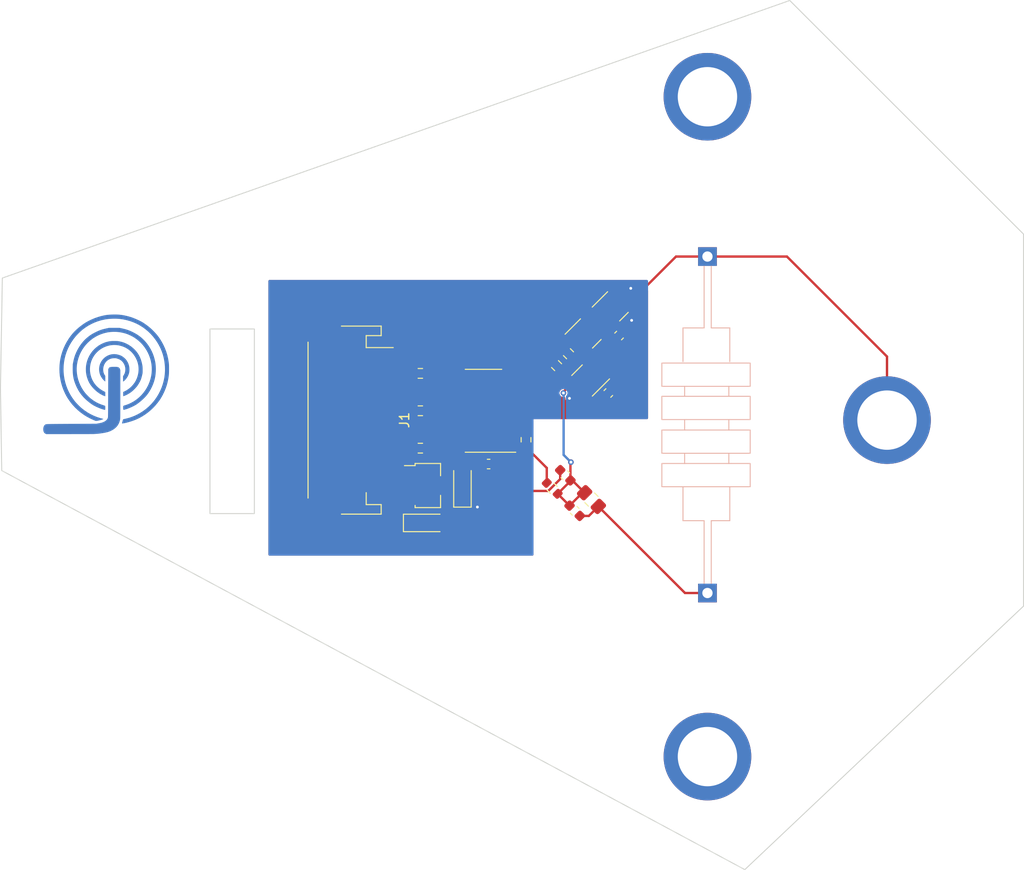
<source format=kicad_pcb>
(kicad_pcb (version 20221018) (generator pcbnew)
  (layers (0 "F.Cu" signal) (31 "B.Cu" signal) (34 "B.Paste" user) (35 "F.Paste" user) (36 "B.SilkS" user "B.Silkscreen") (37 "F.SilkS" user "F.Silkscreen") (38 "B.Mask" user) (39 "F.Mask" user) (44 "Edge.Cuts" user))
  (net 0 "")
  (net 1 "+5V")
  (net 2 "GND")
  (net 3 "+3V3")
  (net 4 "L_IN")
  (net 5 "/C_DIV")
  (net 7 "QUAD")
  (net 8 "ZERO")
  (net 9 "SQ")
  (net 10 "L_OUT")
  (net 11 "Net-(Q1-B)")
  (net 12 "Net-(R1-Pad2)")
  (net 13 "Net-(R2-Pad1)")
  (net 14 "Net-(R3-Pad2)")
  (net 15 "Net-(R4-Pad1)")
  (net 16 "Net-(R5-Pad2)")
  (net 17 "Net-(R6-Pad1)")
  (net 18 "Net-(R7-Pad1)")
  (net 19 "Net-(U1-Pad6)")
  (footprint "Capacitor_SMD:C_0603_1608Metric" (layer "F.Cu") (at 154.65 89.9 135)
    (fp_text reference "C6")
    (fp_text value "1p")
    (pad "1" smd roundrect (at -0.775 0 135) (size 0.9 0.95) (layers "F.Cu" "F.Paste" "F.Mask") (net 4 "L_IN"))
    (pad "2" smd roundrect (at 0.775 0 135) (size 0.9 0.95) (layers "F.Cu" "F.Paste" "F.Mask") (net 5 "/C_DIV"))
  )
  (footprint "Connector_JST:JST_PH_S8B-PH-SM4-TB_1x08-1MP_P2.00mm_Horizontal" (layer "F.Cu") (at 130.65 80.2 -90)
    (fp_text reference "J1" (at 0 -5.8 90) (layer "F.SilkS"))
    (fp_text value "Conn_01x08")
    (pad "1" smd roundrect (at -7 -2.85 270) (size 1 3.5) (layers "F.Cu" "F.Paste" "F.Mask") (net 2 "GND"))
    (pad "2" smd roundrect (at -5 -2.85 270) (size 1 3.5) (layers "F.Cu" "F.Paste" "F.Mask") (net 8 "ZERO"))
    (pad "3" smd roundrect (at -3 -2.85 270) (size 1 3.5) (layers "F.Cu" "F.Paste" "F.Mask") (net 2 "GND"))
    (pad "4" smd roundrect (at -1 -2.85 270) (size 1 3.5) (layers "F.Cu" "F.Paste" "F.Mask") (net 9 "SQ"))
    (pad "5" smd roundrect (at 1 -2.85 270) (size 1 3.5) (layers "F.Cu" "F.Paste" "F.Mask") (net 2 "GND"))
    (pad "6" smd roundrect (at 3 -2.85 270) (size 1 3.5) (layers "F.Cu" "F.Paste" "F.Mask") (net 7 "QUAD"))
    (pad "7" smd roundrect (at 5 -2.85 270) (size 1 3.5) (layers "F.Cu" "F.Paste" "F.Mask") (net 2 "GND"))
    (pad "8" smd roundrect (at 7 -2.85 270) (size 1 3.5) (layers "F.Cu" "F.Paste" "F.Mask") (net 1 "+5V"))
    (pad "MP" smd roundrect (at -9.35 2.9 270) (size 1.5 3.4) (layers "F.Cu" "F.Paste" "F.Mask") (roundrect_rratio 0.166667))
    (pad "MP" smd roundrect (at 9.35 2.9 270) (size 1.5 3.4) (layers "F.Cu" "F.Paste" "F.Mask") (roundrect_rratio 0.166667))
  )
  (footprint "Resistor_SMD:R_0603_1608Metric" (layer "F.Cu") (at 153.988642 73.096536 135)
    (fp_text reference "R3")
    (fp_text value "100")
    (pad "1" smd roundrect (at -0.825 0 135) (size 0.8 0.95) (layers "F.Cu" "F.Paste" "F.Mask") (net 10 "L_OUT"))
    (pad "2" smd roundrect (at 0.825 0 135) (size 0.8 0.95) (layers "F.Cu" "F.Paste" "F.Mask") (net 14 "Net-(R3-Pad2)"))
  )
  (footprint "Package_TO_SOT_SMD:SOT-23" (layer "F.Cu") (at 155.915507 70.927208 45)
    (fp_text reference "Q2")
    (fp_text value "MMBT3906")
    (pad "1" smd roundrect (at -0.9375 -0.95 45) (size 1.475 0.6) (layers "F.Cu" "F.Paste" "F.Mask") (net 11 "Net-(Q1-B)"))
    (pad "2" smd roundrect (at -0.9375 0.95 45) (size 1.475 0.6) (layers "F.Cu" "F.Paste" "F.Mask") (net 10 "L_OUT"))
    (pad "3" smd roundrect (at 0.9375 0 45) (size 1.475 0.6) (layers "F.Cu" "F.Paste" "F.Mask") (net 2 "GND"))
  )
  (footprint "Resistor_SMD:R_0603_1608Metric" (layer "F.Cu") (at 149.45 82.3 -90)
    (fp_text reference "R6")
    (fp_text value "220K")
    (pad "1" smd roundrect (at -0.825 0 270) (size 0.8 0.95) (layers "F.Cu" "F.Paste" "F.Mask") (net 17 "Net-(R6-Pad1)"))
    (pad "2" smd roundrect (at 0.825 0 270) (size 0.8 0.95) (layers "F.Cu" "F.Paste" "F.Mask") (net 16 "Net-(R5-Pad2)"))
  )
  (footprint "Capacitor_Tantalum_SMD:CP_EIA-3216-18_Kemet-A" (layer "F.Cu") (at 142.65 87.2 90)
    (fp_text reference "C2")
    (fp_text value "10uF")
    (pad "1" smd roundrect (at -1.35 0 90) (size 1.4 1.35) (layers "F.Cu" "F.Paste" "F.Mask") (roundrect_rratio 0.185185) (net 3 "+3V3"))
    (pad "2" smd roundrect (at 1.35 0 90) (size 1.4 1.35) (layers "F.Cu" "F.Paste" "F.Mask") (roundrect_rratio 0.185185) (net 2 "GND"))
  )
  (footprint "Capacitor_SMD:C_0603_1608Metric" (layer "F.Cu") (at 158.25 77.3 45)
    (fp_text reference "C5")
    (fp_text value "0.1uF")
    (pad "1" smd roundrect (at -0.775 0 45) (size 0.9 0.95) (layers "F.Cu" "F.Paste" "F.Mask") (net 3 "+3V3"))
    (pad "2" smd roundrect (at 0.775 0 45) (size 0.9 0.95) (layers "F.Cu" "F.Paste" "F.Mask") (net 2 "GND"))
  )
  (footprint "Resistor_SMD:R_0603_1608Metric" (layer "F.Cu") (at 138.15 75.2 180)
    (fp_text reference "R4")
    (fp_text value "100")
    (pad "1" smd roundrect (at -0.825 0 180) (size 0.8 0.95) (layers "F.Cu" "F.Paste" "F.Mask") (net 15 "Net-(R4-Pad1)"))
    (pad "2" smd roundrect (at 0.825 0 180) (size 0.8 0.95) (layers "F.Cu" "F.Paste" "F.Mask") (net 8 "ZERO"))
  )
  (footprint "Resistor_SMD:R_0603_1608Metric" (layer "F.Cu") (at 138.15 83.200001 180)
    (fp_text reference "R7")
    (fp_text value "100")
    (pad "1" smd roundrect (at -0.825 0 180) (size 0.8 0.95) (layers "F.Cu" "F.Paste" "F.Mask") (net 18 "Net-(R7-Pad1)"))
    (pad "2" smd roundrect (at 0.825 0 180) (size 0.8 0.95) (layers "F.Cu" "F.Paste" "F.Mask") (net 7 "QUAD"))
  )
  (footprint "Capacitor_SMD:C_0603_1608Metric" (layer "F.Cu") (at 145.45 84.9)
    (fp_text reference "C3")
    (fp_text value "0.1uF")
    (pad "1" smd roundrect (at -0.775 0) (size 0.9 0.95) (layers "F.Cu" "F.Paste" "F.Mask") (net 3 "+3V3"))
    (pad "2" smd roundrect (at 0.775 0) (size 0.9 0.95) (layers "F.Cu" "F.Paste" "F.Mask") (net 2 "GND"))
  )
  (footprint "Capacitor_SMD:C_0805_2012Metric_Pad1.18x1.45mm_HandSolder" (layer "F.Cu") (at 156.45 88.7 135)
    (fp_text reference "C8" hide)
    (fp_text value "1p")
    (pad "1" smd roundrect (at -1.0375 0 135) (size 1.175 1.45) (layers "F.Cu" "F.Paste" "F.Mask") (roundrect_rratio 0.212766) (net 4 "L_IN"))
    (pad "2" smd roundrect (at 1.0375 0 135) (size 1.175 1.45) (layers "F.Cu" "F.Paste" "F.Mask") (roundrect_rratio 0.212766) (net 5 "/C_DIV"))
  )
  (footprint "Capacitor_SMD:C_0603_1608Metric" (layer "F.Cu") (at 153.65 86.1 135)
    (fp_text reference "C7")
    (fp_text value "100p")
    (pad "1" smd roundrect (at -0.775 0 135) (size 0.9 0.95) (layers "F.Cu" "F.Paste" "F.Mask") (net 5 "/C_DIV"))
    (pad "2" smd roundrect (at 0.775 0 135) (size 0.9 0.95) (layers "F.Cu" "F.Paste" "F.Mask") (net 2 "GND"))
  )
  (footprint "Resistor_SMD:R_0603_1608Metric" (layer "F.Cu") (at 138.15 79.199999)
    (fp_text reference "R1")
    (fp_text value "100")
    (pad "1" smd roundrect (at -0.825 0) (size 0.8 0.95) (layers "F.Cu" "F.Paste" "F.Mask") (net 9 "SQ"))
    (pad "2" smd roundrect (at 0.825 0) (size 0.8 0.95) (layers "F.Cu" "F.Paste" "F.Mask") (net 12 "Net-(R1-Pad2)"))
  )
  (footprint "Package_TO_SOT_SMD:SOT-23-6" (layer "F.Cu") (at 156.003895 75.960318 -135)
    (fp_text reference "U3")
    (fp_text value "SRV05-4")
    (pad "1" smd roundrect (at -1.1375 -0.95 225) (size 1.325 0.6) (layers "F.Cu" "F.Paste" "F.Mask"))
    (pad "2" smd roundrect (at -1.1375 0 225) (size 1.325 0.6) (layers "F.Cu" "F.Paste" "F.Mask") (net 2 "GND"))
    (pad "3" smd roundrect (at -1.1375 0.95 225) (size 1.325 0.6) (layers "F.Cu" "F.Paste" "F.Mask") (net 10 "L_OUT"))
    (pad "4" smd roundrect (at 1.1375 0.95 225) (size 1.325 0.6) (layers "F.Cu" "F.Paste" "F.Mask") (net 5 "/C_DIV"))
    (pad "5" smd roundrect (at 1.1375 0 225) (size 1.325 0.6) (layers "F.Cu" "F.Paste" "F.Mask") (net 3 "+3V3"))
    (pad "6" smd roundrect (at 1.1375 -0.95 225) (size 1.325 0.6) (layers "F.Cu" "F.Paste" "F.Mask"))
  )
  (footprint "Package_SO:SOIC-14_3.9x8.7mm_P1.27mm" (layer "F.Cu") (at 144.9 79.2 180)
    (fp_text reference "U1")
    (fp_text value "74AHC04")
    (pad "1" smd roundrect (at -2.475 -3.81 180) (size 1.95 0.6) (layers "F.Cu" "F.Paste" "F.Mask") (net 16 "Net-(R5-Pad2)"))
    (pad "2" smd roundrect (at -2.475 -2.54 180) (size 1.95 0.6) (layers "F.Cu" "F.Paste" "F.Mask") (net 17 "Net-(R6-Pad1)"))
    (pad "3" smd roundrect (at -2.475 -1.27 180) (size 1.95 0.6) (layers "F.Cu" "F.Paste" "F.Mask") (net 2 "GND"))
    (pad "4" smd roundrect (at -2.475 0 180) (size 1.95 0.6) (layers "F.Cu" "F.Paste" "F.Mask"))
    (pad "5" smd roundrect (at -2.475 1.27 180) (size 1.95 0.6) (layers "F.Cu" "F.Paste" "F.Mask") (net 14 "Net-(R3-Pad2)"))
    (pad "6" smd roundrect (at -2.475 2.54 180) (size 1.95 0.6) (layers "F.Cu" "F.Paste" "F.Mask") (net 19 "Net-(U1-Pad6)"))
    (pad "7" smd roundrect (at -2.475 3.81 180) (size 1.95 0.6) (layers "F.Cu" "F.Paste" "F.Mask") (net 2 "GND"))
    (pad "8" smd roundrect (at 2.475 3.81 180) (size 1.95 0.6) (layers "F.Cu" "F.Paste" "F.Mask") (net 15 "Net-(R4-Pad1)"))
    (pad "9" smd roundrect (at 2.475 2.54 180) (size 1.95 0.6) (layers "F.Cu" "F.Paste" "F.Mask") (net 19 "Net-(U1-Pad6)"))
    (pad "10" smd roundrect (at 2.475 1.27 180) (size 1.95 0.6) (layers "F.Cu" "F.Paste" "F.Mask") (net 13 "Net-(R2-Pad1)"))
    (pad "11" smd roundrect (at 2.475 0 180) (size 1.95 0.6) (layers "F.Cu" "F.Paste" "F.Mask") (net 12 "Net-(R1-Pad2)"))
    (pad "12" smd roundrect (at 2.475 -1.27 180) (size 1.95 0.6) (layers "F.Cu" "F.Paste" "F.Mask") (net 18 "Net-(R7-Pad1)"))
    (pad "13" smd roundrect (at 2.475 -2.54 180) (size 1.95 0.6) (layers "F.Cu" "F.Paste" "F.Mask") (net 17 "Net-(R6-Pad1)"))
    (pad "14" smd roundrect (at 2.475 -3.81 180) (size 1.95 0.6) (layers "F.Cu" "F.Paste" "F.Mask") (net 3 "+3V3"))
  )
  (footprint "Package_TO_SOT_SMD:SOT-23" (layer "F.Cu") (at 158.817159 68.025558 45)
    (fp_text reference "Q1")
    (fp_text value "MMBT3904")
    (pad "1" smd roundrect (at -0.9375 -0.95 45) (size 1.475 0.6) (layers "F.Cu" "F.Paste" "F.Mask") (net 11 "Net-(Q1-B)"))
    (pad "2" smd roundrect (at -0.9375 0.95 45) (size 1.475 0.6) (layers "F.Cu" "F.Paste" "F.Mask") (net 10 "L_OUT"))
    (pad "3" smd roundrect (at 0.9375 0 45) (size 1.475 0.6) (layers "F.Cu" "F.Paste" "F.Mask") (net 3 "+3V3"))
  )
  (footprint "Resistor_SMD:R_0603_1608Metric" (layer "F.Cu") (at 152.25 87.5 135)
    (fp_text reference "R5")
    (fp_text value "100")
    (pad "1" smd roundrect (at -0.825 0 135) (size 0.8 0.95) (layers "F.Cu" "F.Paste" "F.Mask") (net 5 "/C_DIV"))
    (pad "2" smd roundrect (at 0.825 0 135) (size 0.8 0.95) (layers "F.Cu" "F.Paste" "F.Mask") (net 16 "Net-(R5-Pad2)"))
  )
  (footprint "Resistor_SMD:R_0603_1608Metric" (layer "F.Cu") (at 152.71585 74.369329 -45)
    (fp_text reference "R2")
    (fp_text value "100")
    (pad "1" smd roundrect (at -0.825 0 315) (size 0.8 0.95) (layers "F.Cu" "F.Paste" "F.Mask") (net 13 "Net-(R2-Pad1)"))
    (pad "2" smd roundrect (at 0.825 0 315) (size 0.8 0.95) (layers "F.Cu" "F.Paste" "F.Mask") (net 11 "Net-(Q1-B)"))
  )
  (footprint "Capacitor_Tantalum_SMD:CP_EIA-3216-18_Kemet-A" (layer "F.Cu") (at 138.65 91.2)
    (fp_text reference "C1")
    (fp_text value "10uF")
    (pad "1" smd roundrect (at -1.35 0) (size 1.4 1.35) (layers "F.Cu" "F.Paste" "F.Mask") (roundrect_rratio 0.185185) (net 1 "+5V"))
    (pad "2" smd roundrect (at 1.35 0) (size 1.4 1.35) (layers "F.Cu" "F.Paste" "F.Mask") (roundrect_rratio 0.185185) (net 2 "GND"))
  )
  (footprint "Capacitor_SMD:C_0603_1608Metric" (layer "F.Cu") (at 159.398008 71.151992 -135)
    (fp_text reference "C4")
    (fp_text value "0.1uF")
    (pad "1" smd roundrect (at -0.775 0 225) (size 0.9 0.95) (layers "F.Cu" "F.Paste" "F.Mask") (net 3 "+3V3"))
    (pad "2" smd roundrect (at 0.775 0 225) (size 0.9 0.95) (layers "F.Cu" "F.Paste" "F.Mask") (net 2 "GND"))
  )
  (footprint "Package_TO_SOT_SMD:SOT-89-3" (layer "F.Cu") (at 138.65 87.2)
    (fp_text reference "U2" hide)
    (fp_text value "HT7533-1-SOT89")
    (pad "1" smd rect (at -1.65 -1.5) (size 1.3 0.9) (layers "F.Cu" "F.Paste" "F.Mask") (net 2 "GND"))
    (pad "2" smd custom (at -1.5625 0) (size 1.475 0.9) (layers "F.Cu" "F.Paste" "F.Mask") (net 1 "+5V") (options (clearance outline) (anchor rect)) (primitives (gr_poly (pts (xy 3.8625 0.8665) (xy 0.7375 0.8665) (xy 0.7375 -0.8665) (xy 3.8625 -0.8665)) (width 0) (fill yes))))
    (pad "3" smd rect (at -1.65 1.5) (size 1.3 0.9) (layers "F.Cu" "F.Paste" "F.Mask") (net 3 "+3V3"))
  )
  (footprint "theremin:SMTSO-M4" (layer "B.Cu") (at 168.85 45.6 180)
    (fp_text reference "H3" hide)
    (fp_text value "Standoff_2")
    (pad "1" thru_hole circle (at 0 0 180) (size 9.37 9.37) (drill 6.35) (layers "*.Cu" "*.Mask") (clearance 0.75) (thermal_bridge_width 2))
  )
  (footprint "theremin:LargeHoneycombCoil" (layer "B.Cu") (at 168.85 80.7 -90)
    (fp_text reference "L1")
    (fp_text value "1m")
    (pad "1" thru_hole rect (at -18 0 270) (size 2 2) (drill 1.1) (layers "*.Cu" "*.Mask") (net 10 "L_OUT"))
    (pad "2" thru_hole rect (at 18 0 270) (size 2 2) (drill 1.1) (layers "*.Cu" "*.Mask") (net 4 "L_IN"))
  )
  (footprint "theremin:SMTSO-M4" (layer "B.Cu") (at 168.85 106.2 180)
    (fp_text reference "H2" hide)
    (fp_text value "Standoff_2")
    (pad "1" thru_hole circle (at 0 -10 180) (size 9.37 9.37) (drill 6.35) (layers "*.Cu" "*.Mask") (clearance 0.75) (thermal_bridge_width 2))
  )
  (footprint "theremin:SMTSO-M4" (layer "B.Cu") (at 188.05 80.2 180)
    (fp_text reference "H1" hide)
    (fp_text value "Standoff_1")
    (pad "1" thru_hole circle (at 0 0 180) (size 9.37 9.37) (drill 6.35) (layers "*.Cu" "*.Mask") (net 10 "L_OUT") (clearance 0.75) (thermal_bridge_width 2))
  )
  (footprint "theremin:logo" (layer "B.Cu") (at 104.323058 75.416908 180)
    (fp_text reference "G***" hide)
    (fp_text value "LOGO" hide)
    (fp_poly (pts (xy -0.937612 2.273259) (xy -0.737404 2.241742) (xy -0.639307 2.216545) (xy -0.448909 2.147785) (xy -0.271472 2.056736) (xy -0.108303 1.945459) (xy 0.039289 1.81602) (xy 0.169997 1.67048) (xy 0.282515 1.510904) (xy 0.375533 1.339354) (xy 0.447745 1.157895) (xy 0.497843 0.968589) (xy 0.524519 0.7735) (xy 0.526467 0.574691) (xy 0.50799 0.40605) (xy 0.47307 0.237997) (xy 0.425195 0.084586) (xy 0.361509 -0.060636) (xy 0.279156 -0.20412) (xy 0.17528 -0.352319) (xy 0.1682 -0.361633) (xy 0.132053 -0.406005) (xy 0.087706 -0.455985) (xy 0.039194 -0.507549) (xy -0.00945 -0.556672) (xy -0.05419 -0.599329) (xy -0.090992 -0.631495) (xy -0.115821 -0.649145) (xy -0.122156 -0.651282) (xy -0.12694 -0.637966) (xy -0.130751 -0.599001) (xy -0.133522 -0.535857) (xy -0.135187 -0.450007) (xy -0.135683 -0.354039) (xy -0.135683 -0.056796) (xy -0.074686 0.036052) (xy -0.000574 0.173003) (xy 0.051562 0.322636) (xy 0.081624 0.481575) (xy 0.089514 0.646448) (xy 0.075133 0.813879) (xy 0.038382 0.980493) (xy -0.020836 1.142916) (xy -0.041086 1.186424) (xy -0.124507 1.334229) (xy -0.221205 1.461088) (xy -0.334284 1.570004) (xy -0.466846 1.66398) (xy -0.616726 1.743584) (xy -0.688769 1.774323) (xy -0.758816 1.797632) (xy -0.833421 1.814891) (xy -0.919138 1.827481) (xy -1.02252 1.836781) (xy -1.075358 1.840191) (xy -1.143292 1.843163) (xy -1.198229 1.842202) (xy -1.250738 1.836278) (xy -1.311384 1.82436) (xy -1.363621 1.812073) (xy -1.540904 1.756385) (xy -1.70074 1.679926) (xy -1.842904 1.582892) (xy -1.967176 1.465482) (xy -2.073331 1.327892) (xy -2.161148 1.17032) (xy -2.204786 1.066684) (xy -2.248049 0.927702) (xy -2.272305 0.787474) (xy -2.279487 0.643039) (xy -2.269494 0.474451) (xy -2.238501 0.319508) (xy -2.184986 0.172961) (xy -2.107428 0.02956) (xy -2.096817 0.012907) (xy -2.035256 -0.082256) (xy -2.035256 -0.373553) (xy -2.035707 -0.459162) (xy -2.036969 -0.534819) (xy -2.038906 -0.596605) (xy -2.041379 -0.6406) (xy -2.044252 -0.662882) (xy -2.045432 -0.664842) (xy -2.060425 -0.657009) (xy -2.090176 -0.636435) (xy -2.128384 -0.607489) (xy -2.130235 -0.606033) (xy -2.253945 -0.494043) (xy -2.370115 -0.360583) (xy -2.474963 -0.211058) (xy -2.564706 -0.050873) (xy -2.635564 0.114567) (xy -2.636759 0.117882) (xy -2.676805 0.248975) (xy -2.702811 0.383146) (xy -2.71602 0.528439) (xy -2.718307 0.644498) (xy -2.705334 0.858382) (xy -2.668034 1.061249) (xy -2.605837 1.254701) (xy -2.518177 1.440342) (xy -2.404483 1.619776) (xy -2.344371 1.699309) (xy -2.269296 1.78318) (xy -2.177301 1.869235) (xy -2.07486 1.952543) (xy -1.968447 2.028171) (xy -1.864536 2.091186) (xy -1.771176 2.136029) (xy -1.556191 2.209951) (xy -1.346163 2.257423) (xy -1.140251 2.278506)) (fill solid) (layer "B.Cu"))
    (fp_poly (pts (xy -1.01087 0.918765) (xy -0.888161 0.914572) (xy -0.789196 0.908505) (xy -0.71059 0.899324) (xy -0.648956 0.885787) (xy -0.600909 0.866651) (xy -0.563063 0.840676) (xy -0.532033 0.806621) (xy -0.504434 0.763242) (xy -0.484967 0.725908) (xy -0.45142 0.658066) (xy -0.443352 -1.892788) (xy -0.442328 -2.208554) (xy -0.441331 -2.498284) (xy -0.44035 -2.763081) (xy -0.439372 -3.004045) (xy -0.438387 -3.222277) (xy -0.437383 -3.418879) (xy -0.436347 -3.594953) (xy -0.43527 -3.7516) (xy -0.434139 -3.889921) (xy -0.432943 -4.011017) (xy -0.431671 -4.11599) (xy -0.43031 -4.205941) (xy -0.428849 -4.281972) (xy -0.427277 -4.345184) (xy -0.425583 -4.396678) (xy -0.423754 -4.437555) (xy -0.42178 -4.468918) (xy -0.419648 -4.491867) (xy -0.417348 -4.507503) (xy -0.41597 -4.513518) (xy -0.369791 -4.630162) (xy -0.298829 -4.736234) (xy -0.203426 -4.831416) (xy -0.083924 -4.915391) (xy 0.059335 -4.987841) (xy 0.121271 -5.01279) (xy 0.219648 -5.046777) (xy 0.325036 -5.076548) (xy 0.443746 -5.103673) (xy 0.582092 -5.129726) (xy 0.610577 -5.134593) (xy 0.807319 -5.16775) (xy 3.263195 -5.181982) (xy 3.593575 -5.183903) (xy 3.897922 -5.185696) (xy 4.17734 -5.187383) (xy 4.432933 -5.188985) (xy 4.665805 -5.190521) (xy 4.877058 -5.192015) (xy 5.067797 -5.193487) (xy 5.239125 -5.194957) (xy 5.392146 -5.196448) (xy 5.527964 -5.19798) (xy 5.647682 -5.199574) (xy 5.752404 -5.201252) (xy 5.843233 -5.203034) (xy 5.921274 -5.204942) (xy 5.98763 -5.206997) (xy 6.043404 -5.20922) (xy 6.089701 -5.211632) (xy 6.127623 -5.214254) (xy 6.158275 -5.217108) (xy 6.182761 -5.220214) (xy 6.202183 -5.223594) (xy 6.217646 -5.227268) (xy 6.230253 -5.231258) (xy 6.241108 -5.235586) (xy 6.248893 -5.239126) (xy 6.327581 -5.290799) (xy 6.392812 -5.364326) (xy 6.443485 -5.457397) (xy 6.478499 -5.567705) (xy 6.496751 -5.692941) (xy 6.499253 -5.763697) (xy 6.489646 -5.895712) (xy 6.461099 -6.010193) (xy 6.414024 -6.106291) (xy 6.348832 -6.183155) (xy 6.269586 -6.238061) (xy 6.184809 -6.282158) (xy 3.686021 -6.279787) (xy 3.426753 -6.279519) (xy 3.174263 -6.279214) (xy 2.929936 -6.278875) (xy 2.695152 -6.278506) (xy 2.471296 -6.278111) (xy 2.259749 -6.277693) (xy 2.061893 -6.277256) (xy 1.879112 -6.276804) (xy 1.712788 -6.276339) (xy 1.564303 -6.275866) (xy 1.43504 -6.275389) (xy 1.326382 -6.274909) (xy 1.239711 -6.274433) (xy 1.176409 -6.273962) (xy 1.13786 -6.2735) (xy 1.126176 -6.273174) (xy 1.091673 -6.270841) (xy 1.036322 -6.267173) (xy 0.966353 -6.262581) (xy 0.888 -6.257474) (xy 0.84124 -6.254441) (xy 0.693417 -6.243541) (xy 0.552977 -6.230144) (xy 0.411442 -6.21324) (xy 0.260339 -6.191819) (xy 0.094979 -6.165499) (xy -0.083649 -6.133808) (xy -0.239747 -6.101319) (xy -0.377919 -6.066705) (xy -0.502766 -6.028641) (xy -0.618891 -5.985801) (xy -0.730896 -5.936859) (xy -0.778261 -5.913944) (xy -0.978313 -5.801978) (xy -1.154926 -5.676437) (xy -1.308313 -5.537052) (xy -1.438685 -5.383553) (xy -1.546254 -5.215673) (xy -1.631232 -5.033142) (xy -1.693831 -4.835691) (xy -1.718832 -4.720454) (xy -1.721678 -4.703613) (xy -1.724286 -4.684532) (xy -1.726668 -4.662024) (xy -1.728834 -4.6349) (xy -1.730795 -4.601974) (xy -1.73256 -4.562057) (xy -1.734142 -4.513963) (xy -1.735549 -4.456504) (xy -1.736793 -4.388493) (xy -1.737885 -4.308741) (xy -1.738835 -4.216062) (xy -1.739653 -4.109268) (xy -1.74035 -3.987171) (xy -1.740937 -3.848585) (xy -1.741425 -3.692321) (xy -1.741823 -3.517192) (xy -1.742142 -3.32201) (xy -1.742394 -3.105589) (xy -1.742588 -2.866741) (xy -1.742736 -2.604277) (xy -1.742847 -2.317011) (xy -1.742929 -2.014904) (xy -1.743536 0.563088) (xy -1.713345 0.658066) (xy -1.673529 0.749939) (xy -1.619868 0.81922) (xy -1.562083 0.860702) (xy -1.503889 0.884226) (xy -1.430648 0.901689) (xy -1.339796 0.91336) (xy -1.228774 0.919511) (xy -1.095018 0.92041)) (fill solid) (layer "B.Cu"))
    (fp_poly (pts (xy -0.991318 3.68203) (xy -0.876992 3.679419) (xy -0.776642 3.673825) (xy -0.68371 3.664563) (xy -0.59164 3.650948) (xy -0.493873 3.632294) (xy -0.383855 3.607917) (xy -0.359561 3.602238) (xy -0.098684 3.527027) (xy 0.155372 3.426234) (xy 0.400623 3.300979) (xy 0.635082 3.152385) (xy 0.856765 2.98157) (xy 1.042696 2.81078) (xy 1.236302 2.599002) (xy 1.408436 2.371638) (xy 1.558258 2.130411) (xy 1.684929 1.877047) (xy 1.78761 1.613269) (xy 1.865461 1.340801) (xy 1.917644 1.061366) (xy 1.925895 0.996563) (xy 1.933181 0.911306) (xy 1.937999 0.807327) (xy 1.940332 0.692701) (xy 1.940161 0.575505) (xy 1.937471 0.463815) (xy 1.932242 0.365707) (xy 1.927365 0.312073) (xy 1.886663 0.05609) (xy 1.823414 -0.198741) (xy 1.739442 -0.446881) (xy 1.63657 -0.682792) (xy 1.542092 -0.858646) (xy 1.418059 -1.049074) (xy 1.273086 -1.236366) (xy 1.110706 -1.417409) (xy 0.93445 -1.589093) (xy 0.747852 -1.748307) (xy 0.554443 -1.891938) (xy 0.357757 -2.016875) (xy 0.161325 -2.120008) (xy 0.059795 -2.164253) (xy 0.00393 -2.185886) (xy -0.047533 -2.204244) (xy -0.085595 -2.216161) (xy -0.09285 -2.217962) (xy -0.135683 -2.22737) (xy -0.135683 -2.003604) (xy -0.135683 -1.779838) (xy 0.036429 -1.68927) (xy 0.269702 -1.555682) (xy 0.47925 -1.412356) (xy 0.667365 -1.257267) (xy 0.836342 -1.088388) (xy 0.988473 -0.903692) (xy 1.08982 -0.75831) (xy 1.219222 -0.534914) (xy 1.324848 -0.300494) (xy 1.406485 -0.057327) (xy 1.463922 0.192311) (xy 1.496948 0.446145) (xy 1.505349 0.701897) (xy 1.488915 0.957291) (xy 1.447434 1.210053) (xy 1.380693 1.457905) (xy 1.313094 1.641234) (xy 1.201643 1.876033) (xy 1.069033 2.095585) (xy 0.916947 2.298994) (xy 0.747069 2.485365) (xy 0.561084 2.653801) (xy 0.360676 2.803407) (xy 0.147529 2.933288) (xy -0.076674 3.042546) (xy -0.310247 3.130288) (xy -0.551506 3.195616) (xy -0.798768 3.237635) (xy -1.050348 3.255449) (xy -1.304563 3.248163) (xy -1.559727 3.21488) (xy -1.622414 3.202613) (xy -1.882588 3.134931) (xy -2.129956 3.043554) (xy -2.36363 2.929164) (xy -2.582728 2.792444) (xy -2.786363 2.634074) (xy -2.973652 2.454738) (xy -3.143708 2.255117) (xy -3.295647 2.035894) (xy -3.418281 1.818247) (xy -3.526679 1.575635) (xy -3.608701 1.327539) (xy -3.664305 1.075023) (xy -3.693452 0.819153) (xy -3.696099 0.560992) (xy -3.672206 0.301605) (xy -3.621732 0.042055) (xy -3.544636 -0.216592) (xy -3.501238 -0.332425) (xy -3.398156 -0.555188) (xy -3.271029 -0.769024) (xy -3.122149 -0.971535) (xy -2.953812 -1.160322) (xy -2.768311 -1.332988) (xy -2.56794 -1.487135) (xy -2.354993 -1.620364) (xy -2.187961 -1.705322) (xy -2.048824 -1.769328) (xy -2.048824 -1.997271) (xy -2.04932 -2.085535) (xy -2.050948 -2.149541) (xy -2.053922 -2.192149) (xy -2.058456 -2.216222) (xy -2.064763 -2.224622) (xy -2.065785 -2.224711) (xy -2.085152 -2.219788) (xy -2.123236 -2.206979) (xy -2.173578 -2.188521) (xy -2.204861 -2.176496) (xy -2.398159 -2.091571) (xy -2.59403 -1.98803) (xy -2.782786 -1.871444) (xy -2.954741 -1.747384) (xy -2.96469 -1.739525) (xy -3.038529 -1.67736) (xy -3.123517 -1.600091) (xy -3.21364 -1.513632) (xy -3.302882 -1.4239) (xy -3.385229 -1.336807) (xy -3.454666 -1.25827) (xy -3.457354 -1.255075) (xy -3.557682 -1.127381) (xy -3.654253 -0.987113) (xy -3.75027 -0.829356) (xy -3.834194 -0.677181) (xy -3.874118 -0.598972) (xy -3.909183 -0.523039) (xy -3.940837 -0.445059) (xy -3.970528 -0.360708) (xy -3.999704 -0.265665) (xy -4.029814 -0.155606) (xy -4.062304 -0.026207) (xy -4.087342 0.078632) (xy -4.1011 0.137861) (xy -4.111606 0.186924) (xy -4.119282 0.230905) (xy -4.124552 0.274884) (xy -4.127838 0.323943) (xy -4.129562 0.383164) (xy -4.130146 0.457629) (xy -4.130014 0.552418) (xy -4.12988 0.590225) (xy -4.129174 0.699491) (xy -4.127687 0.787363) (xy -4.125017 0.859581) (xy -4.120765 0.921884) (xy -4.114531 0.980011) (xy -4.105915 1.039702) (xy -4.094516 1.106698) (xy -4.09346 1.112607) (xy -4.030726 1.40438) (xy -3.950131 1.676514) (xy -3.850847 1.930499) (xy -3.732043 2.167825) (xy -3.592891 2.38998) (xy -3.432559 2.598453) (xy -3.250218 2.794734) (xy -3.059668 2.968055) (xy -2.856176 3.126977) (xy -2.647639 3.264037) (xy -2.427277 3.38329) (xy -2.190231 3.488025) (xy -2.110965 3.519144) (xy -2.042873 3.544188) (xy -1.979468 3.565018) (xy -1.914264 3.583495) (xy -1.840776 3.601478) (xy -1.752518 3.620829) (xy -1.662126 3.639521) (xy -1.596288 3.652647) (xy -1.540612 3.662694) (xy -1.489725 3.670092) (xy -1.438252 3.67527) (xy -1.380817 3.678658) (xy -1.312047 3.680684) (xy -1.226568 3.681779) (xy -1.126175 3.682343)) (fill solid) (layer "B.Cu"))
    (fp_poly (pts (xy -1.092254 5.09435) (xy -0.563087 5.094265) (xy -0.352777 5.049942) (xy -0.167443 5.009593) (xy -0.004106 4.970902) (xy 0.142171 4.932233) (xy 0.276327 4.891946) (xy 0.4033 4.848405) (xy 0.528028 4.79997) (xy 0.65545 4.745005) (xy 0.790503 4.681871) (xy 0.861592 4.647145) (xy 1.010537 4.572228) (xy 1.139289 4.504338) (xy 1.252878 4.440485) (xy 1.356334 4.377679) (xy 1.454684 4.312933) (xy 1.552957 4.243255) (xy 1.601069 4.207562) (xy 1.76488 4.07986) (xy 1.910355 3.955805) (xy 2.044375 3.829021) (xy 2.173819 3.693132) (xy 2.254024 3.602404) (xy 2.45804 3.346745) (xy 2.646415 3.072166) (xy 2.816365 2.78344) (xy 2.96511 2.485343) (xy 3.089867 2.182646) (xy 3.103966 2.143804) (xy 3.141377 2.035395) (xy 3.174043 1.931765) (xy 3.203734 1.826317) (xy 3.232221 1.712457) (xy 3.261275 1.583587) (xy 3.286088 1.465385) (xy 3.340297 1.200801) (xy 3.347502 0.791437) (xy 3.348131 0.534164) (xy 3.339999 0.298084) (xy 3.322305 0.078445) (xy 3.294245 -0.129503) (xy 3.255018 -0.330513) (xy 3.20382 -0.529334) (xy 3.139851 -0.730717) (xy 3.062308 -0.939415) (xy 3.050062 -0.970139) (xy 2.911313 -1.284992) (xy 2.755945 -1.579271) (xy 2.582671 -1.854791) (xy 2.390205 -2.113366) (xy 2.177262 -2.356811) (xy 1.942556 -2.586942) (xy 1.840677 -2.677061) (xy 1.734768 -2.766153) (xy 1.625232 -2.854807) (xy 1.51633 -2.939794) (xy 1.412322 -3.017885) (xy 1.317468 -3.085853) (xy 1.23603 -3.140468) (xy 1.198786 -3.163476) (xy 1.049865 -3.246721) (xy 0.882502 -3.331683) (xy 0.704837 -3.414628) (xy 0.525011 -3.491826) (xy 0.351167 -3.559544) (xy 0.278152 -3.585552) (xy 0.203388 -3.610082) (xy 0.126825 -3.633061) (xy 0.053133 -3.653325) (xy -0.01302 -3.669712) (xy -0.066965 -3.681058) (xy -0.104031 -3.686201) (xy -0.119157 -3.68451) (xy -0.12454 -3.666019) (xy -0.128781 -3.626426) (xy -0.131833 -3.571746) (xy -0.133647 -3.507992) (xy -0.134174 -3.441177) (xy -0.133365 -3.377316) (xy -0.131171 -3.322422) (xy -0.127545 -3.282508) (xy -0.122568 -3.26374) (xy -0.103404 -3.251869) (xy -0.06437 -3.23514) (xy -0.011715 -3.216052) (xy 0.03159 -3.202108) (xy 0.337613 -3.096984) (xy 0.625059 -2.973863) (xy 0.897037 -2.831061) (xy 1.156654 -2.666895) (xy 1.407019 -2.479681) (xy 1.485738 -2.41459) (xy 1.554677 -2.35327) (xy 1.635401 -2.276667) (xy 1.722526 -2.190313) (xy 1.810666 -2.09974) (xy 1.894437 -2.010481) (xy 1.968453 -1.928068) (xy 2.026662 -1.858867) (xy 2.217472 -1.599792) (xy 2.386705 -1.327468) (xy 2.533818 -1.043844) (xy 2.658266 -0.750867) (xy 2.759505 -0.450485) (xy 2.836989 -0.144643) (xy 2.890174 0.16471) (xy 2.918516 0.475626) (xy 2.921469 0.786159) (xy 2.898489 1.094361) (xy 2.883641 1.205187) (xy 2.820924 1.53385) (xy 2.733304 1.852947) (xy 2.621492 2.161357) (xy 2.486205 2.457958) (xy 2.328153 2.741629) (xy 2.148053 3.011247) (xy 1.946616 3.26569) (xy 1.724557 3.503838) (xy 1.482589 3.724567) (xy 1.221426 3.926756) (xy 1.099039 4.010598) (xy 0.821033 4.177806) (xy 0.532184 4.320707) (xy 0.234082 4.439114) (xy -0.071681 4.532841) (xy -0.383514 4.601701) (xy -0.699826 4.645507) (xy -1.019026 4.664074) (xy -1.339523 4.657213) (xy -1.659726 4.624739) (xy -1.978044 4.566464) (xy -2.292887 4.482203) (xy -2.455876 4.427635) (xy -2.569891 4.383475) (xy -2.697862 4.328412) (xy -2.831435 4.266427) (xy -2.962255 4.201499) (xy -3.081967 4.137608) (xy -3.161431 4.091554) (xy -3.435746 3.909332) (xy -3.692692 3.706659) (xy -3.931434 3.484603) (xy -4.151138 3.244231) (xy -4.350967 2.986611) (xy -4.530086 2.71281) (xy -4.68766 2.423897) (xy -4.822854 2.12094) (xy -4.924378 1.838167) (xy -5.010595 1.524778) (xy -5.070012 1.208647) (xy -5.102706 0.890788) (xy -5.10875 0.572218) (xy -5.088222 0.25395) (xy -5.041196 -0.063001) (xy -4.967749 -0.377619) (xy -4.867956 -0.688889) (xy -4.741893 -0.995797) (xy -4.707748 -1.068671) (xy -4.555684 -1.355603) (xy -4.382382 -1.628128) (xy -4.189251 -1.885031) (xy -3.977703 -2.125098) (xy -3.749148 -2.347112) (xy -3.504997 -2.54986) (xy -3.246661 -2.732127) (xy -2.97555 -2.892698) (xy -2.693075 -3.030358) (xy -2.400646 -3.143892) (xy -2.238782 -3.194831) (xy -2.165096 -3.216437) (xy -2.113446 -3.234273) (xy -2.079921 -3.252505) (xy -2.060606 -3.275303) (xy -2.05159 -3.306834) (xy -2.04896 -3.351268) (xy -2.048824 -3.3972) (xy -2.050607 -3.508994) (xy -2.055951 -3.594016) (xy -2.064853 -3.652231) (xy -2.077306 -3.683604) (xy -2.08807 -3.689577) (xy -2.109564 -3.685777) (xy -2.150836 -3.676284) (xy -2.205504 -3.662624) (xy -2.254406 -3.649773) (xy -2.403059 -3.605248) (xy -2.564697 -3.548643) (xy -2.733614 -3.482503) (xy -2.904106 -3.409375) (xy -3.070466 -3.331802) (xy -3.22699 -3.25233) (xy -3.367972 -3.173505) (xy -3.480275 -3.102914) (xy -3.653327 -2.979687) (xy -3.831207 -2.841052) (xy -4.008332 -2.691943) (xy -4.179116 -2.537292) (xy -4.337977 -2.382031) (xy -4.479329 -2.231095) (xy -4.519956 -2.184508) (xy -4.694003 -1.96341) (xy -4.857328 -1.720936) (xy -5.007709 -1.461481) (xy -5.142921 -1.189442) (xy -5.260742 -0.909215) (xy -5.358949 -0.625196) (xy -5.420412 -0.404224) (xy -5.475163 -0.142934) (xy -5.51413 0.131426) (xy -5.537142 0.412961) (xy -5.544027 0.695777) (xy -5.534615 0.973979) (xy -5.508732 1.241672) (xy -5.474397 1.452786) (xy -5.403413 1.7673) (xy -5.317087 2.063157) (xy -5.213341 2.345374) (xy -5.090095 2.618972) (xy -4.94527 2.888968) (xy -4.776784 3.160381) (xy -4.750273 3.200141) (xy -4.566494 3.451193) (xy -4.361749 3.690023) (xy -4.139115 3.913755) (xy -3.901668 4.119514) (xy -3.652483 4.304424) (xy -3.399902 4.462613) (xy -3.199729 4.573295) (xy -3.012336 4.668943) (xy -2.831913 4.751753) (xy -2.652654 4.823916) (xy -2.468751 4.887626) (xy -2.274396 4.945078) (xy -2.063781 4.998465) (xy -1.862096 5.04346) (xy -1.62142 5.094434)) (fill solid) (layer "B.Cu"))
    (fp_poly (pts (xy -1.004935 6.514795) (xy -0.831228 6.510479) (xy -0.663071 6.503152) (xy -0.50648 6.49294) (xy -0.367467 6.47997) (xy -0.298504 6.471405) (xy -0.110988 6.44055) (xy 0.092743 6.398389) (xy 0.305251 6.346911) (xy 0.519095 6.288105) (xy 0.726835 6.223961) (xy 0.921031 6.156469) (xy 1.016577 6.119758) (xy 1.297758 6.001821) (xy 1.555057 5.881812) (xy 1.791729 5.75803) (xy 2.011025 5.628776) (xy 2.211646 5.495561) (xy 2.484823 5.295469) (xy 2.734119 5.095942) (xy 2.962554 4.893966) (xy 3.173148 4.686527) (xy 3.368919 4.470612) (xy 3.552887 4.243208) (xy 3.728072 4.0013) (xy 3.768566 3.941613) (xy 3.977778 3.606055) (xy 4.164063 3.258344) (xy 4.326699 2.900357) (xy 4.464961 2.533968) (xy 4.578125 2.161054) (xy 4.665467 1.783489) (xy 4.714733 1.490318) (xy 4.756589 1.095705) (xy 4.771742 0.700206) (xy 4.760479 0.305315) (xy 4.723086 -0.087475) (xy 4.659852 -0.47667) (xy 4.571062 -0.860778) (xy 4.457003 -1.238306) (xy 4.317964 -1.607759) (xy 4.154231 -1.967645) (xy 3.991402 -2.272703) (xy 3.915915 -2.398151) (xy 3.826296 -2.536535) (xy 3.727234 -2.681242) (xy 3.623418 -2.82566) (xy 3.519536 -2.963173) (xy 3.420279 -3.08717) (xy 3.380524 -3.134295) (xy 3.105355 -3.434715) (xy 2.815922 -3.712134) (xy 2.511594 -3.967016) (xy 2.191738 -4.199825) (xy 1.85572 -4.411025) (xy 1.502909 -4.60108) (xy 1.173665 -4.753081) (xy 1.081309 -4.792497) (xy 1.009579 -4.822368) (xy 0.954125 -4.843764) (xy 0.910601 -4.857753) (xy 0.874656 -4.865407) (xy 0.841942 -4.867793) (xy 0.80811 -4.865983) (xy 0.768812 -4.861046) (xy 0.747288 -4.85796) (xy 0.660258 -4.843506) (xy 0.56615 -4.824576) (xy 0.469368 -4.80239) (xy 0.374313 -4.778166) (xy 0.285387 -4.753125) (xy 0.206994 -4.728484) (xy 0.143536 -4.705465) (xy 0.099415 -4.685285) (xy 0.082844 -4.673941) (xy 0.075847 -4.662552) (xy 0.085227 -4.652838) (xy 0.115119 -4.641873) (xy 0.137117 -4.635541) (xy 0.178601 -4.624018) (xy 0.238425 -4.607381) (xy 0.308791 -4.587802) (xy 0.381898 -4.56745) (xy 0.386527 -4.566161) (xy 0.745261 -4.452225) (xy 1.094632 -4.312887) (xy 1.434228 -4.148361) (xy 1.763641 -3.958864) (xy 2.082462 -3.744609) (xy 2.360898 -3.530058) (xy 2.449036 -3.454361) (xy 2.549295 -3.362467) (xy 2.656781 -3.259317) (xy 2.766601 -3.149856) (xy 2.873862 -3.039026) (xy 2.973671 -2.93177) (xy 3.061133 -2.83303) (xy 3.115355 -2.767949) (xy 3.347096 -2.458476) (xy 3.555315 -2.136345) (xy 3.739615 -1.802677) (xy 3.8996 -1.458591) (xy 4.034873 -1.105209) (xy 4.145037 -0.743651) (xy 4.229696 -0.375038) (xy 4.288454 -0.000489) (xy 4.320913 0.378875) (xy 4.327775 0.658066) (xy 4.314145 1.044514) (xy 4.274214 1.4246) (xy 4.208195 1.797755) (xy 4.1163 2.163407) (xy 3.998739 2.520987) (xy 3.855725 2.869926) (xy 3.687469 3.209653) (xy 3.494183 3.539598) (xy 3.276077 3.859192) (xy 3.033365 4.167864) (xy 3.018177 4.185844) (xy 2.944151 4.269705) (xy 2.855609 4.364459) (xy 2.757393 4.465349) (xy 2.654348 4.567619) (xy 2.551315 4.666512) (xy 2.453137 4.757273) (xy 2.364657 4.835146) (xy 2.315906 4.875582) (xy 2.006395 5.107285) (xy 1.68485 5.314853) (xy 1.35192 5.497999) (xy 1.008258 5.65644) (xy 0.654515 5.789892) (xy 0.291343 5.898071) (xy -0.080607 5.98069) (xy -0.298504 6.016557) (xy -0.505244 6.041228) (xy -0.727182 6.058528) (xy -0.956481 6.068287) (xy -1.185303 6.070333) (xy -1.405808 6.064495) (xy -1.610161 6.050604) (xy -1.655341 6.046115) (xy -2.042003 5.991895) (xy -2.418708 5.912647) (xy -2.784705 5.808872) (xy -3.139246 5.681067) (xy -3.481583 5.529732) (xy -3.810967 5.355366) (xy -4.126648 5.158468) (xy -4.427877 4.939538) (xy -4.713907 4.699074) (xy -4.983988 4.437575) (xy -5.23737 4.155541) (xy -5.473306 3.853471) (xy -5.691046 3.531863) (xy -5.861628 3.242842) (xy -6.02779 2.916437) (xy -6.169284 2.58249) (xy -6.286485 2.239657) (xy -6.379768 1.886596) (xy -6.449508 1.521963) (xy -6.496079 1.144416) (xy -6.513196 0.908589) (xy -6.519859 0.537382) (xy -6.499865 0.166893) (xy -6.453682 -0.201449) (xy -6.38178 -0.566211) (xy -6.284628 -0.925964) (xy -6.162695 -1.279275) (xy -6.016451 -1.624714) (xy -5.846365 -1.96085) (xy -5.652906 -2.286252) (xy -5.436545 -2.599489) (xy -5.308024 -2.765977) (xy -5.069358 -3.042114) (xy -4.809654 -3.302666) (xy -4.531127 -3.546036) (xy -4.235993 -3.770628) (xy -3.926469 -3.974843) (xy -3.604769 -4.157084) (xy -3.273111 -4.315755) (xy -3.012179 -4.420924) (xy -2.895353 -4.463518) (xy -2.792172 -4.499279) (xy -2.695602 -4.530288) (xy -2.598613 -4.558627) (xy -2.494171 -4.586378) (xy -2.375246 -4.615623) (xy -2.275158 -4.639131) (xy -2.200021 -4.656893) (xy -2.134322 -4.673091) (xy -2.082538 -4.686569) (xy -2.049146 -4.696168) (xy -2.038669 -4.700291) (xy -2.032651 -4.715594) (xy -2.021287 -4.752645) (xy -2.005882 -4.806884) (xy -1.987743 -4.873751) (xy -1.974153 -4.925494) (xy -1.91792 -5.142414) (xy -1.966412 -5.140962) (xy -2.000792 -5.137918) (xy -2.053229 -5.130939) (xy -2.115133 -5.121232) (xy -2.150587 -5.11508) (xy -2.313529 -5.081627) (xy -2.493981 -5.037327) (xy -2.68553 -4.984145) (xy -2.881763 -4.924042) (xy -3.076267 -4.858981) (xy -3.262627 -4.790926) (xy -3.431815 -4.722948) (xy -3.754939 -4.572229) (xy -4.073248 -4.39668) (xy -4.383901 -4.198537) (xy -4.684055 -3.980036) (xy -4.970865 -3.743412) (xy -5.241491 -3.490901) (xy -5.493087 -3.224738) (xy -5.722813 -2.947159) (xy -5.771256 -2.88328) (xy -5.812908 -2.827804) (xy -5.853132 -2.774887) (xy -5.886489 -2.731648) (xy -5.902936 -2.710837) (xy -5.937269 -2.664423) (xy -5.981496 -2.59878) (xy -6.032747 -2.518622) (xy -6.088149 -2.428668) (xy -6.14483 -2.333632) (xy -6.199918 -2.238232) (xy -6.250541 -2.147183) (xy -6.281311 -2.089469) (xy -6.446415 -1.750715) (xy -6.586546 -1.41436) (xy -6.703081 -1.076314) (xy -6.797398 -0.732488) (xy -6.870873 -0.378793) (xy -6.884499 -0.298504) (xy -6.903026 -0.181113) (xy -6.918007 -0.075953) (xy -6.929794 0.022069) (xy -6.938736 0.118045) (xy -6.945183 0.217068) (xy -6.949488 0.324229) (xy -6.951999 0.444623) (xy -6.953067 0.58334) (xy -6.953138 0.698772) (xy -6.952729 0.832015) (xy -6.951782 0.942582) (xy -6.950098 1.03493) (xy -6.947478 1.113516) (xy -6.943721 1.1828) (xy -6.938627 1.247237) (xy -6.931999 1.311287) (xy -6.923634 1.379407) (xy -6.922151 1.390759) (xy -6.858273 1.782438) (xy -6.771111 2.161195) (xy -6.660036 2.529046) (xy -6.524417 2.888009) (xy -6.363626 3.240101) (xy -6.314848 3.336112) (xy -6.177307 3.590011) (xy -6.038831 3.822258) (xy -5.895543 4.038177) (xy -5.743566 4.243091) (xy -5.579022 4.442324) (xy -5.398034 4.641201) (xy -5.265502 4.777041) (xy -5.144426 4.895788) (xy -5.02789 5.004816) (xy -4.911769 5.107464) (xy -4.791935 5.207074) (xy -4.664265 5.306987) (xy -4.524631 5.410544) (xy -4.368908 5.521085) (xy -4.220571 5.623197) (xy -4.141224 5.673283) (xy -4.040275 5.730726) (xy -3.921626 5.79362) (xy -3.789183 5.860062) (xy -3.64685 5.928147) (xy -3.498531 5.995973) (xy -3.348132 6.061634) (xy -3.199557 6.123227) (xy -3.175 6.133062) (xy -2.950684 6.215121) (xy -2.707978 6.290741) (xy -2.454475 6.358114) (xy -2.197766 6.415435) (xy -1.945445 6.460898) (xy -1.705103 6.492695) (xy -1.634989 6.499429) (xy -1.49922 6.508417) (xy -1.344945 6.51389) (xy -1.178179 6.515974)) (fill solid) (layer "B.Cu"))
  )
  (gr_poly (pts (xy 93.386214 85.6) (xy 172.844881 128.294881) (xy 202.65 100.1) (xy 202.65 60.3) (xy 177.65 35.3) (xy 93.45 65) (xy 93.25 76.8)) (stroke (width 0.1)) (fill none) (layer "Edge.Cuts"))
  (gr_rect (start 115.65 70.45) (end 120.4 90.2) (stroke (width 0.1)) (fill none) (layer "Edge.Cuts"))
  (segment (start 133.5 88.35) (end 133.5 87.2) (width 0.6) (layer "F.Cu") (net 1))
  (segment (start 136.35 91.2) (end 133.5 88.35) (width 0.6) (layer "F.Cu") (net 1))
  (segment (start 137.3 91.2) (end 136.35 91.2) (width 0.6) (layer "F.Cu") (net 1))
  (segment (start 133.5 87.2) (end 137.0875 87.2) (width 0.6) (layer "F.Cu") (net 1))
  (segment (start 156.808229 75.155984) (end 156.808229 75.141771) (width 0.25) (layer "F.Cu") (net 2))
  (segment (start 153.101992 85.551992) (end 153.101992 86.506587) (width 0.25) (layer "F.Cu") (net 2))
  (segment (start 156.808229 75.141771) (end 157.85 74.1) (width 0.25) (layer "F.Cu") (net 2))
  (segment (start 151.831066 87.777513) (end 149.527513 87.777513) (width 0.25) (layer "F.Cu") (net 2))
  (segment (start 156.57842 70.264295) (end 156.57842 70.17158) (width 0.25) (layer "F.Cu") (net 2))
  (segment (start 149.527513 87.777513) (end 149.45 87.7) (width 0.25) (layer "F.Cu") (net 2))
  (segment (start 156.57842 70.17158) (end 157.85 68.9) (width 0.25) (layer "F.Cu") (net 2))
  (segment (start 153.101992 86.506587) (end 151.831066 87.777513) (width 0.25) (layer "F.Cu") (net 2))
  (segment (start 159.480072 67.362645) (end 159.480072 67.269928) (width 0.25) (layer "F.Cu") (net 3))
  (segment (start 142.5 88.7) (end 142.65 88.55) (width 0.4) (layer "F.Cu") (net 3))
  (segment (start 137 88.7) (end 142.5 88.7) (width 0.4) (layer "F.Cu") (net 3))
  (segment (start 143.6 88.55) (end 144.675 87.475) (width 0.4) (layer "F.Cu") (net 3))
  (segment (start 156.748654 76.492945) (end 155.47127 76.492945) (width 0.25) (layer "F.Cu") (net 3))
  (segment (start 144.675 84.9) (end 143.65 84.9) (width 0.4) (layer "F.Cu") (net 3))
  (segment (start 143.3 88.55) (end 144.25 89.5) (width 0.4) (layer "F.Cu") (net 3))
  (segment (start 157.701992 77.848008) (end 157.701992 77.446283) (width 0.25) (layer "F.Cu") (net 3))
  (segment (start 157.701992 77.446283) (end 156.748654 76.492945) (width 0.25) (layer "F.Cu") (net 3))
  (segment (start 143.65 84.9) (end 142.425 83.675) (width 0.4) (layer "F.Cu") (net 3))
  (segment (start 159.946016 70.603984) (end 160.741511 69.808489) (width 0.25) (layer "F.Cu") (net 3))
  (segment (start 142.425 83.675) (end 142.425 83.01) (width 0.4) (layer "F.Cu") (net 3))
  (segment (start 159.480072 67.269928) (end 160.65 66.1) (width 0.25) (layer "F.Cu") (net 3))
  (segment (start 155.47127 76.492945) (end 154.094707 77.869506) (width 0.25) (layer "F.Cu") (net 3))
  (segment (start 142.65 88.55) (end 143.6 88.55) (width 0.4) (layer "F.Cu") (net 3))
  (segment (start 144.675 87.475) (end 144.675 84.9) (width 0.4) (layer "F.Cu") (net 3))
  (segment (start 160.741511 69.808489) (end 160.741511 69.525646) (width 0.25) (layer "F.Cu") (net 3))
  (segment (start 142.65 88.55) (end 143.3 88.55) (width 0.4) (layer "F.Cu") (net 3))
  (via (at 154.094707 77.869506) (size 0.6) (drill 0.3) (layers "F.Cu" "B.Cu") (net 3))
  (via (at 160.65 66.1) (size 0.6) (drill 0.3) (layers "F.Cu" "B.Cu") (net 3))
  (via (at 160.741511 69.525646) (size 0.6) (drill 0.3) (layers "F.Cu" "B.Cu") (net 3))
  (via (at 144.25 89.5) (size 0.6) (drill 0.3) (layers "F.Cu" "B.Cu") (net 3))
  (segment (start 155.198008 90.448008) (end 156.169238 90.448008) (width 0.25) (layer "F.Cu") (net 4))
  (segment (start 156.169238 90.448008) (end 157.183623 89.433623) (width 0.25) (layer "F.Cu") (net 4))
  (segment (start 157.183623 89.433623) (end 166.45 98.7) (width 0.25) (layer "F.Cu") (net 4))
  (segment (start 166.45 98.7) (end 168.85 98.7) (width 0.25) (layer "F.Cu") (net 4))
  (segment (start 154.198008 86.648008) (end 154.198008 84.751992) (width 0.25) (layer "F.Cu") (net 5))
  (segment (start 154.101992 89.351992) (end 152.833363 88.083363) (width 0.25) (layer "F.Cu") (net 5))
  (segment (start 155.487607 87.966377) (end 154.101992 89.351992) (width 0.25) (layer "F.Cu") (net 5))
  (segment (start 154.198008 86.648008) (end 154.398008 86.648008) (width 0.25) (layer "F.Cu") (net 5))
  (segment (start 153.45 77.170711) (end 154.52781 76.092901) (width 0.25) (layer "F.Cu") (net 5))
  (segment (start 154.198008 86.718718) (end 152.833363 88.083363) (width 0.25) (layer "F.Cu") (net 5))
  (segment (start 154.398008 86.648008) (end 155.716377 87.966377) (width 0.25) (layer "F.Cu") (net 5))
  (segment (start 153.45 77.3) (end 153.45 77.170711) (width 0.25) (layer "F.Cu") (net 5))
  (segment (start 155.716377 87.966377) (end 155.487607 87.966377) (width 0.25) (layer "F.Cu") (net 5))
  (segment (start 154.198008 86.648008) (end 154.198008 86.718718) (width 0.25) (layer "F.Cu") (net 5))
  (segment (start 154.198008 84.751992) (end 154.25 84.7) (width 0.25) (layer "F.Cu") (net 5))
  (via (at 154.25 84.7) (size 0.6) (drill 0.3) (layers "F.Cu" "B.Cu") (net 5))
  (via (at 153.45 77.3) (size 0.6) (drill 0.3) (layers "F.Cu" "B.Cu") (net 5))
  (segment (start 154.25 84.7) (end 153.469707 83.919707) (width 0.25) (layer "B.Cu") (net 5))
  (segment (start 153.469707 83.919707) (end 153.469707 77.319707) (width 0.25) (layer "B.Cu") (net 5))
  (segment (start 153.469707 77.319707) (end 153.45 77.3) (width 0.25) (layer "B.Cu") (net 5))
  (segment (start 137.324999 83.2) (end 137.325 83.200001) (width 0.25) (layer "F.Cu") (net 7))
  (segment (start 133.5 83.2) (end 137.324999 83.2) (width 0.25) (layer "F.Cu") (net 7))
  (segment (start 133.5 75.2) (end 137.325 75.2) (width 0.25) (layer "F.Cu") (net 8))
  (segment (start 133.5 79.2) (end 137.324999 79.2) (width 0.25) (layer "F.Cu") (net 9))
  (segment (start 137.324999 79.2) (end 137.325 79.199999) (width 0.25) (layer "F.Cu") (net 9))
  (segment (start 154.572004 73.614214) (end 154.572005 73.679899) (width 0.25) (layer "F.Cu") (net 10))
  (segment (start 155.924346 72.261872) (end 158.825998 69.360222) (width 0.25) (layer "F.Cu") (net 10))
  (segment (start 155.924346 72.261872) (end 154.572004 73.614214) (width 0.25) (layer "F.Cu") (net 10))
  (segment (start 188.05 80.2) (end 188.05 73.4) (width 0.25) (layer "F.Cu") (net 10))
  (segment (start 156.136478 74.484233) (end 155.376339 74.484233) (width 0.25) (layer "F.Cu") (net 10))
  (segment (start 155.376339 74.484233) (end 154.572005 73.679899) (width 0.25) (layer "F.Cu") (net 10))
  (segment (start 177.35 62.7) (end 168.85 62.7) (width 0.25) (layer "F.Cu") (net 10))
  (segment (start 158.825998 69.360222) (end 165.48622 62.7) (width 0.25) (layer "F.Cu") (net 10))
  (segment (start 165.48622 62.7) (end 168.85 62.7) (width 0.25) (layer "F.Cu") (net 10))
  (segment (start 188.05 73.4) (end 177.35 62.7) (width 0.25) (layer "F.Cu") (net 10))
  (segment (start 154.943235 72.00052) (end 154.943235 71.280762) (width 0.25) (layer "F.Cu") (net 11))
  (segment (start 157.482495 68.016719) (end 154.580844 70.91837) (width 0.25) (layer "F.Cu") (net 11))
  (segment (start 153.299212 73.644543) (end 154.943235 72.00052) (width 0.25) (layer "F.Cu") (net 11))
  (segment (start 154.943235 71.280762) (end 154.580844 70.91837) (width 0.25) (layer "F.Cu") (net 11))
  (segment (start 153.299213 74.952692) (end 153.299212 73.644543) (width 0.25) (layer "F.Cu") (net 11))
  (segment (start 138.975 79.199999) (end 142.424999 79.199999) (width 0.25) (layer "F.Cu") (net 12))
  (segment (start 142.424999 79.199999) (end 142.425 79.2) (width 0.25) (layer "F.Cu") (net 12))
  (segment (start 152.132487 73.785966) (end 152.132487 74.819264) (width 0.25) (layer "F.Cu") (net 13))
  (segment (start 148.396751 78.555) (end 146.353249 78.555) (width 0.25) (layer "F.Cu") (net 13))
  (segment (start 145.748249 77.95) (end 142.445 77.95) (width 0.25) (layer "F.Cu") (net 13))
  (segment (start 142.445 77.95) (end 142.425 77.93) (width 0.25) (layer "F.Cu") (net 13))
  (segment (start 152.132487 74.819264) (end 148.396751 78.555) (width 0.25) (layer "F.Cu") (net 13))
  (segment (start 146.353249 78.555) (end 145.748249 77.95) (width 0.25) (layer "F.Cu") (net 13))
  (segment (start 153.405279 72.513173) (end 152.236827 72.513173) (width 0.25) (layer "F.Cu") (net 14))
  (segment (start 152.236827 72.513173) (end 150.25 74.5) (width 0.25) (layer "F.Cu") (net 14))
  (segment (start 150.25 76.065355) (end 148.385355 77.93) (width 0.25) (layer "F.Cu") (net 14))
  (segment (start 147.375 77.93) (end 147.963148 77.93) (width 0.25) (layer "F.Cu") (net 14))
  (segment (start 150.25 74.5) (end 150.25 76.065355) (width 0.25) (layer "F.Cu") (net 14))
  (segment (start 148.385355 77.93) (end 147.375 77.93) (width 0.25) (layer "F.Cu") (net 14))
  (segment (start 140.35 75.2) (end 140.54 75.39) (width 0.25) (layer "F.Cu") (net 15))
  (segment (start 140.54 75.39) (end 142.425 75.39) (width 0.25) (layer "F.Cu") (net 15))
  (segment (start 138.975 75.2) (end 140.35 75.2) (width 0.25) (layer "F.Cu") (net 15))
  (segment (start 148.56 83.01) (end 147.375 83.01) (width 0.25) (layer "F.Cu") (net 16))
  (segment (start 149.45 83.125) (end 148.675 83.125) (width 0.25) (layer "F.Cu") (net 16))
  (segment (start 148.675 83.125) (end 148.56 83.01) (width 0.25) (layer "F.Cu") (net 16))
  (segment (start 149.45 83.125) (end 149.475 83.125) (width 0.25) (layer "F.Cu") (net 16))
  (segment (start 151.666637 86.916637) (end 151.666637 85.316637) (width 0.25) (layer "F.Cu") (net 16))
  (segment (start 149.475 83.125) (end 151.666637 85.316637) (width 0.25) (layer "F.Cu") (net 16))
  (segment (start 149.45 81.475) (end 148.875 81.475) (width 0.25) (layer "F.Cu") (net 17))
  (segment (start 142.425 81.74) (end 147.375 81.74) (width 0.25) (layer "F.Cu") (net 17))
  (segment (start 148.61 81.74) (end 147.375 81.74) (width 0.25) (layer "F.Cu") (net 17))
  (segment (start 148.875 81.475) (end 148.61 81.74) (width 0.25) (layer "F.Cu") (net 17))
  (segment (start 138.975 83.200001) (end 141.705001 80.47) (width 0.25) (layer "F.Cu") (net 18))
  (segment (start 141.705001 80.47) (end 142.425 80.47) (width 0.25) (layer "F.Cu") (net 18))
  (segment (start 142.425 76.66) (end 147.375 76.66) (width 0.25) (layer "F.Cu") (net 19))
  (zone (net 2) (net_name "GND") (layer "F.Cu") (connect_pads (clearance 0)) (min_thickness 0.254) (fill yes (thermal_gap 0.508) (thermal_bridge_width 0.508))
    (polygon (pts (xy 121.9 65.2) (xy 162.5 65.2) (xy 162.5 94.7) (xy 121.9 94.7)))
  )
  (zone (net 0) (net_name "") (layers "F&B.Cu") (connect_pads (clearance 0)) (min_thickness 0.254)
    (keepout (tracks allowed) (vias allowed) (pads allowed) (copperpour not_allowed) (footprints allowed))
    (fill (thermal_gap 0.508) (thermal_bridge_width 0.508))
    (polygon (pts (xy 150.25 80.1) (xy 150.25 95.3) (xy 152.05 97.1) (xy 164.65 97.1) (xy 164.65 80.9) (xy 162.608949 80.1) (xy 151.45 80.1)))
  )
  (zone (net 3) (net_name "+3V3") (layer "B.Cu") (connect_pads (clearance 0)) (min_thickness 0.254) (fill yes (thermal_gap 0.508) (thermal_bridge_width 0.508))
    (polygon (pts (xy 121.9 65.2) (xy 162.5 65.2) (xy 162.5 94.7) (xy 121.9 94.7)))
  )
)
</source>
